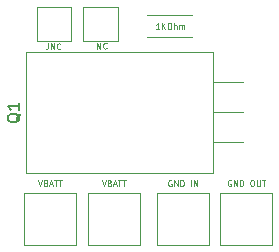
<source format=gbr>
%TF.GenerationSoftware,KiCad,Pcbnew,8.0.1*%
%TF.CreationDate,2025-01-10T19:22:40-08:00*%
%TF.ProjectId,pulltab,70756c6c-7461-4622-9e6b-696361645f70,rev?*%
%TF.SameCoordinates,Original*%
%TF.FileFunction,Legend,Top*%
%TF.FilePolarity,Positive*%
%FSLAX46Y46*%
G04 Gerber Fmt 4.6, Leading zero omitted, Abs format (unit mm)*
G04 Created by KiCad (PCBNEW 8.0.1) date 2025-01-10 19:22:40*
%MOMM*%
%LPD*%
G01*
G04 APERTURE LIST*
%ADD10C,0.125000*%
%ADD11C,0.150000*%
%ADD12C,0.120000*%
G04 APERTURE END LIST*
D10*
X128486742Y-64041909D02*
X128486742Y-63541909D01*
X128486742Y-63541909D02*
X128772456Y-64041909D01*
X128772456Y-64041909D02*
X128772456Y-63541909D01*
X129296266Y-63994290D02*
X129272457Y-64018100D01*
X129272457Y-64018100D02*
X129201028Y-64041909D01*
X129201028Y-64041909D02*
X129153409Y-64041909D01*
X129153409Y-64041909D02*
X129081981Y-64018100D01*
X129081981Y-64018100D02*
X129034362Y-63970480D01*
X129034362Y-63970480D02*
X129010552Y-63922861D01*
X129010552Y-63922861D02*
X128986743Y-63827623D01*
X128986743Y-63827623D02*
X128986743Y-63756195D01*
X128986743Y-63756195D02*
X129010552Y-63660957D01*
X129010552Y-63660957D02*
X129034362Y-63613338D01*
X129034362Y-63613338D02*
X129081981Y-63565719D01*
X129081981Y-63565719D02*
X129153409Y-63541909D01*
X129153409Y-63541909D02*
X129201028Y-63541909D01*
X129201028Y-63541909D02*
X129272457Y-63565719D01*
X129272457Y-63565719D02*
X129296266Y-63589528D01*
X124324323Y-63592709D02*
X124324323Y-63949852D01*
X124324323Y-63949852D02*
X124300514Y-64021280D01*
X124300514Y-64021280D02*
X124252895Y-64068900D01*
X124252895Y-64068900D02*
X124181466Y-64092709D01*
X124181466Y-64092709D02*
X124133847Y-64092709D01*
X124562418Y-64092709D02*
X124562418Y-63592709D01*
X124562418Y-63592709D02*
X124848132Y-64092709D01*
X124848132Y-64092709D02*
X124848132Y-63592709D01*
X125371942Y-64045090D02*
X125348133Y-64068900D01*
X125348133Y-64068900D02*
X125276704Y-64092709D01*
X125276704Y-64092709D02*
X125229085Y-64092709D01*
X125229085Y-64092709D02*
X125157657Y-64068900D01*
X125157657Y-64068900D02*
X125110038Y-64021280D01*
X125110038Y-64021280D02*
X125086228Y-63973661D01*
X125086228Y-63973661D02*
X125062419Y-63878423D01*
X125062419Y-63878423D02*
X125062419Y-63806995D01*
X125062419Y-63806995D02*
X125086228Y-63711757D01*
X125086228Y-63711757D02*
X125110038Y-63664138D01*
X125110038Y-63664138D02*
X125157657Y-63616519D01*
X125157657Y-63616519D02*
X125229085Y-63592709D01*
X125229085Y-63592709D02*
X125276704Y-63592709D01*
X125276704Y-63592709D02*
X125348133Y-63616519D01*
X125348133Y-63616519D02*
X125371942Y-63640328D01*
X139836685Y-75198919D02*
X139789066Y-75175109D01*
X139789066Y-75175109D02*
X139717637Y-75175109D01*
X139717637Y-75175109D02*
X139646209Y-75198919D01*
X139646209Y-75198919D02*
X139598590Y-75246538D01*
X139598590Y-75246538D02*
X139574780Y-75294157D01*
X139574780Y-75294157D02*
X139550971Y-75389395D01*
X139550971Y-75389395D02*
X139550971Y-75460823D01*
X139550971Y-75460823D02*
X139574780Y-75556061D01*
X139574780Y-75556061D02*
X139598590Y-75603680D01*
X139598590Y-75603680D02*
X139646209Y-75651300D01*
X139646209Y-75651300D02*
X139717637Y-75675109D01*
X139717637Y-75675109D02*
X139765256Y-75675109D01*
X139765256Y-75675109D02*
X139836685Y-75651300D01*
X139836685Y-75651300D02*
X139860494Y-75627490D01*
X139860494Y-75627490D02*
X139860494Y-75460823D01*
X139860494Y-75460823D02*
X139765256Y-75460823D01*
X140074780Y-75675109D02*
X140074780Y-75175109D01*
X140074780Y-75175109D02*
X140360494Y-75675109D01*
X140360494Y-75675109D02*
X140360494Y-75175109D01*
X140598590Y-75675109D02*
X140598590Y-75175109D01*
X140598590Y-75175109D02*
X140717638Y-75175109D01*
X140717638Y-75175109D02*
X140789066Y-75198919D01*
X140789066Y-75198919D02*
X140836685Y-75246538D01*
X140836685Y-75246538D02*
X140860495Y-75294157D01*
X140860495Y-75294157D02*
X140884304Y-75389395D01*
X140884304Y-75389395D02*
X140884304Y-75460823D01*
X140884304Y-75460823D02*
X140860495Y-75556061D01*
X140860495Y-75556061D02*
X140836685Y-75603680D01*
X140836685Y-75603680D02*
X140789066Y-75651300D01*
X140789066Y-75651300D02*
X140717638Y-75675109D01*
X140717638Y-75675109D02*
X140598590Y-75675109D01*
X141574780Y-75175109D02*
X141670018Y-75175109D01*
X141670018Y-75175109D02*
X141717637Y-75198919D01*
X141717637Y-75198919D02*
X141765256Y-75246538D01*
X141765256Y-75246538D02*
X141789066Y-75341776D01*
X141789066Y-75341776D02*
X141789066Y-75508442D01*
X141789066Y-75508442D02*
X141765256Y-75603680D01*
X141765256Y-75603680D02*
X141717637Y-75651300D01*
X141717637Y-75651300D02*
X141670018Y-75675109D01*
X141670018Y-75675109D02*
X141574780Y-75675109D01*
X141574780Y-75675109D02*
X141527161Y-75651300D01*
X141527161Y-75651300D02*
X141479542Y-75603680D01*
X141479542Y-75603680D02*
X141455733Y-75508442D01*
X141455733Y-75508442D02*
X141455733Y-75341776D01*
X141455733Y-75341776D02*
X141479542Y-75246538D01*
X141479542Y-75246538D02*
X141527161Y-75198919D01*
X141527161Y-75198919D02*
X141574780Y-75175109D01*
X142003352Y-75175109D02*
X142003352Y-75579871D01*
X142003352Y-75579871D02*
X142027162Y-75627490D01*
X142027162Y-75627490D02*
X142050971Y-75651300D01*
X142050971Y-75651300D02*
X142098590Y-75675109D01*
X142098590Y-75675109D02*
X142193828Y-75675109D01*
X142193828Y-75675109D02*
X142241447Y-75651300D01*
X142241447Y-75651300D02*
X142265257Y-75627490D01*
X142265257Y-75627490D02*
X142289066Y-75579871D01*
X142289066Y-75579871D02*
X142289066Y-75175109D01*
X142455734Y-75175109D02*
X142741448Y-75175109D01*
X142598591Y-75675109D02*
X142598591Y-75175109D01*
X128883696Y-75175109D02*
X129050362Y-75675109D01*
X129050362Y-75675109D02*
X129217029Y-75175109D01*
X129550362Y-75413204D02*
X129621790Y-75437014D01*
X129621790Y-75437014D02*
X129645600Y-75460823D01*
X129645600Y-75460823D02*
X129669409Y-75508442D01*
X129669409Y-75508442D02*
X129669409Y-75579871D01*
X129669409Y-75579871D02*
X129645600Y-75627490D01*
X129645600Y-75627490D02*
X129621790Y-75651300D01*
X129621790Y-75651300D02*
X129574171Y-75675109D01*
X129574171Y-75675109D02*
X129383695Y-75675109D01*
X129383695Y-75675109D02*
X129383695Y-75175109D01*
X129383695Y-75175109D02*
X129550362Y-75175109D01*
X129550362Y-75175109D02*
X129597981Y-75198919D01*
X129597981Y-75198919D02*
X129621790Y-75222728D01*
X129621790Y-75222728D02*
X129645600Y-75270347D01*
X129645600Y-75270347D02*
X129645600Y-75317966D01*
X129645600Y-75317966D02*
X129621790Y-75365585D01*
X129621790Y-75365585D02*
X129597981Y-75389395D01*
X129597981Y-75389395D02*
X129550362Y-75413204D01*
X129550362Y-75413204D02*
X129383695Y-75413204D01*
X129859886Y-75532252D02*
X130097981Y-75532252D01*
X129812267Y-75675109D02*
X129978933Y-75175109D01*
X129978933Y-75175109D02*
X130145600Y-75675109D01*
X130240838Y-75175109D02*
X130526552Y-75175109D01*
X130383695Y-75675109D02*
X130383695Y-75175109D01*
X130621790Y-75175109D02*
X130907504Y-75175109D01*
X130764647Y-75675109D02*
X130764647Y-75175109D01*
X134785219Y-75198919D02*
X134737600Y-75175109D01*
X134737600Y-75175109D02*
X134666171Y-75175109D01*
X134666171Y-75175109D02*
X134594743Y-75198919D01*
X134594743Y-75198919D02*
X134547124Y-75246538D01*
X134547124Y-75246538D02*
X134523314Y-75294157D01*
X134523314Y-75294157D02*
X134499505Y-75389395D01*
X134499505Y-75389395D02*
X134499505Y-75460823D01*
X134499505Y-75460823D02*
X134523314Y-75556061D01*
X134523314Y-75556061D02*
X134547124Y-75603680D01*
X134547124Y-75603680D02*
X134594743Y-75651300D01*
X134594743Y-75651300D02*
X134666171Y-75675109D01*
X134666171Y-75675109D02*
X134713790Y-75675109D01*
X134713790Y-75675109D02*
X134785219Y-75651300D01*
X134785219Y-75651300D02*
X134809028Y-75627490D01*
X134809028Y-75627490D02*
X134809028Y-75460823D01*
X134809028Y-75460823D02*
X134713790Y-75460823D01*
X135023314Y-75675109D02*
X135023314Y-75175109D01*
X135023314Y-75175109D02*
X135309028Y-75675109D01*
X135309028Y-75675109D02*
X135309028Y-75175109D01*
X135547124Y-75675109D02*
X135547124Y-75175109D01*
X135547124Y-75175109D02*
X135666172Y-75175109D01*
X135666172Y-75175109D02*
X135737600Y-75198919D01*
X135737600Y-75198919D02*
X135785219Y-75246538D01*
X135785219Y-75246538D02*
X135809029Y-75294157D01*
X135809029Y-75294157D02*
X135832838Y-75389395D01*
X135832838Y-75389395D02*
X135832838Y-75460823D01*
X135832838Y-75460823D02*
X135809029Y-75556061D01*
X135809029Y-75556061D02*
X135785219Y-75603680D01*
X135785219Y-75603680D02*
X135737600Y-75651300D01*
X135737600Y-75651300D02*
X135666172Y-75675109D01*
X135666172Y-75675109D02*
X135547124Y-75675109D01*
X136428076Y-75675109D02*
X136428076Y-75175109D01*
X136666171Y-75675109D02*
X136666171Y-75175109D01*
X136666171Y-75175109D02*
X136951885Y-75675109D01*
X136951885Y-75675109D02*
X136951885Y-75175109D01*
X123498896Y-75175109D02*
X123665562Y-75675109D01*
X123665562Y-75675109D02*
X123832229Y-75175109D01*
X124165562Y-75413204D02*
X124236990Y-75437014D01*
X124236990Y-75437014D02*
X124260800Y-75460823D01*
X124260800Y-75460823D02*
X124284609Y-75508442D01*
X124284609Y-75508442D02*
X124284609Y-75579871D01*
X124284609Y-75579871D02*
X124260800Y-75627490D01*
X124260800Y-75627490D02*
X124236990Y-75651300D01*
X124236990Y-75651300D02*
X124189371Y-75675109D01*
X124189371Y-75675109D02*
X123998895Y-75675109D01*
X123998895Y-75675109D02*
X123998895Y-75175109D01*
X123998895Y-75175109D02*
X124165562Y-75175109D01*
X124165562Y-75175109D02*
X124213181Y-75198919D01*
X124213181Y-75198919D02*
X124236990Y-75222728D01*
X124236990Y-75222728D02*
X124260800Y-75270347D01*
X124260800Y-75270347D02*
X124260800Y-75317966D01*
X124260800Y-75317966D02*
X124236990Y-75365585D01*
X124236990Y-75365585D02*
X124213181Y-75389395D01*
X124213181Y-75389395D02*
X124165562Y-75413204D01*
X124165562Y-75413204D02*
X123998895Y-75413204D01*
X124475086Y-75532252D02*
X124713181Y-75532252D01*
X124427467Y-75675109D02*
X124594133Y-75175109D01*
X124594133Y-75175109D02*
X124760800Y-75675109D01*
X124856038Y-75175109D02*
X125141752Y-75175109D01*
X124998895Y-75675109D02*
X124998895Y-75175109D01*
X125236990Y-75175109D02*
X125522704Y-75175109D01*
X125379847Y-75675109D02*
X125379847Y-75175109D01*
X133762388Y-62365509D02*
X133476674Y-62365509D01*
X133619531Y-62365509D02*
X133619531Y-61865509D01*
X133619531Y-61865509D02*
X133571912Y-61936938D01*
X133571912Y-61936938D02*
X133524293Y-61984557D01*
X133524293Y-61984557D02*
X133476674Y-62008366D01*
X133976673Y-62365509D02*
X133976673Y-61865509D01*
X134262387Y-62365509D02*
X134048102Y-62079795D01*
X134262387Y-61865509D02*
X133976673Y-62151223D01*
X134571911Y-61865509D02*
X134667149Y-61865509D01*
X134667149Y-61865509D02*
X134714768Y-61889319D01*
X134714768Y-61889319D02*
X134762387Y-61936938D01*
X134762387Y-61936938D02*
X134786197Y-62032176D01*
X134786197Y-62032176D02*
X134786197Y-62198842D01*
X134786197Y-62198842D02*
X134762387Y-62294080D01*
X134762387Y-62294080D02*
X134714768Y-62341700D01*
X134714768Y-62341700D02*
X134667149Y-62365509D01*
X134667149Y-62365509D02*
X134571911Y-62365509D01*
X134571911Y-62365509D02*
X134524292Y-62341700D01*
X134524292Y-62341700D02*
X134476673Y-62294080D01*
X134476673Y-62294080D02*
X134452864Y-62198842D01*
X134452864Y-62198842D02*
X134452864Y-62032176D01*
X134452864Y-62032176D02*
X134476673Y-61936938D01*
X134476673Y-61936938D02*
X134524292Y-61889319D01*
X134524292Y-61889319D02*
X134571911Y-61865509D01*
X135000483Y-62365509D02*
X135000483Y-61865509D01*
X135214769Y-62365509D02*
X135214769Y-62103604D01*
X135214769Y-62103604D02*
X135190959Y-62055985D01*
X135190959Y-62055985D02*
X135143340Y-62032176D01*
X135143340Y-62032176D02*
X135071912Y-62032176D01*
X135071912Y-62032176D02*
X135024293Y-62055985D01*
X135024293Y-62055985D02*
X135000483Y-62079795D01*
X135452864Y-62365509D02*
X135452864Y-62032176D01*
X135452864Y-62079795D02*
X135476674Y-62055985D01*
X135476674Y-62055985D02*
X135524293Y-62032176D01*
X135524293Y-62032176D02*
X135595721Y-62032176D01*
X135595721Y-62032176D02*
X135643340Y-62055985D01*
X135643340Y-62055985D02*
X135667150Y-62103604D01*
X135667150Y-62103604D02*
X135667150Y-62365509D01*
X135667150Y-62103604D02*
X135690959Y-62055985D01*
X135690959Y-62055985D02*
X135738578Y-62032176D01*
X135738578Y-62032176D02*
X135810007Y-62032176D01*
X135810007Y-62032176D02*
X135857626Y-62055985D01*
X135857626Y-62055985D02*
X135881436Y-62103604D01*
X135881436Y-62103604D02*
X135881436Y-62365509D01*
D11*
X122004457Y-69538838D02*
X121956838Y-69634076D01*
X121956838Y-69634076D02*
X121861600Y-69729314D01*
X121861600Y-69729314D02*
X121718742Y-69872171D01*
X121718742Y-69872171D02*
X121671123Y-69967409D01*
X121671123Y-69967409D02*
X121671123Y-70062647D01*
X121909219Y-70015028D02*
X121861600Y-70110266D01*
X121861600Y-70110266D02*
X121766361Y-70205504D01*
X121766361Y-70205504D02*
X121575885Y-70253123D01*
X121575885Y-70253123D02*
X121242552Y-70253123D01*
X121242552Y-70253123D02*
X121052076Y-70205504D01*
X121052076Y-70205504D02*
X120956838Y-70110266D01*
X120956838Y-70110266D02*
X120909219Y-70015028D01*
X120909219Y-70015028D02*
X120909219Y-69824552D01*
X120909219Y-69824552D02*
X120956838Y-69729314D01*
X120956838Y-69729314D02*
X121052076Y-69634076D01*
X121052076Y-69634076D02*
X121242552Y-69586457D01*
X121242552Y-69586457D02*
X121575885Y-69586457D01*
X121575885Y-69586457D02*
X121766361Y-69634076D01*
X121766361Y-69634076D02*
X121861600Y-69729314D01*
X121861600Y-69729314D02*
X121909219Y-69824552D01*
X121909219Y-69824552D02*
X121909219Y-70015028D01*
X121909219Y-68634076D02*
X121909219Y-69205504D01*
X121909219Y-68919790D02*
X120909219Y-68919790D01*
X120909219Y-68919790D02*
X121052076Y-69015028D01*
X121052076Y-69015028D02*
X121147314Y-69110266D01*
X121147314Y-69110266D02*
X121194933Y-69205504D01*
D12*
%TO.C,Q1*%
X122454400Y-64323600D02*
X138344400Y-64323600D01*
X122454400Y-74563600D02*
X122454400Y-64323600D01*
X122454400Y-74563600D02*
X138344399Y-74563600D01*
X138344399Y-74563600D02*
X138344400Y-64323600D01*
X138344400Y-66903601D02*
X140884400Y-66903600D01*
X138344400Y-69443600D02*
X140884400Y-69443600D01*
X138344400Y-71983600D02*
X140884400Y-71983600D01*
%TO.C,J1*%
X127328000Y-60475200D02*
X130228000Y-60475200D01*
X127328000Y-63375200D02*
X127328000Y-60475200D01*
X130228000Y-60475200D02*
X130228000Y-63375200D01*
X130228000Y-63375200D02*
X127328000Y-63375200D01*
%TO.C,J4*%
X122310800Y-76286000D02*
X126710800Y-76286000D01*
X122310800Y-80686000D02*
X122310800Y-76286000D01*
X126710800Y-76286000D02*
X126710800Y-80686000D01*
X126710800Y-80686000D02*
X122310800Y-80686000D01*
%TO.C,J6*%
X127695600Y-76286000D02*
X132095600Y-76286000D01*
X127695600Y-80686000D02*
X127695600Y-76286000D01*
X132095600Y-76286000D02*
X132095600Y-80686000D01*
X132095600Y-80686000D02*
X127695600Y-80686000D01*
%TO.C,J2*%
X133537600Y-76286000D02*
X137937600Y-76286000D01*
X133537600Y-80686000D02*
X133537600Y-76286000D01*
X137937600Y-76286000D02*
X137937600Y-80686000D01*
X137937600Y-80686000D02*
X133537600Y-80686000D01*
%TO.C,R1*%
X132700000Y-63048400D02*
X136540000Y-63048400D01*
X132700000Y-61208400D02*
X136540000Y-61208400D01*
%TO.C,J5*%
X123365600Y-60475200D02*
X126265600Y-60475200D01*
X123365600Y-63375200D02*
X123365600Y-60475200D01*
X126265600Y-60475200D02*
X126265600Y-63375200D01*
X126265600Y-63375200D02*
X123365600Y-63375200D01*
%TO.C,J7*%
X138922400Y-76286000D02*
X143322400Y-76286000D01*
X138922400Y-80686000D02*
X138922400Y-76286000D01*
X143322400Y-76286000D02*
X143322400Y-80686000D01*
X143322400Y-80686000D02*
X138922400Y-80686000D01*
%TD*%
M02*

</source>
